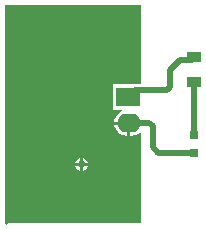
<source format=gbl>
G04*
G04 #@! TF.GenerationSoftware,Altium Limited,Altium Designer,23.11.1 (41)*
G04*
G04 Layer_Physical_Order=2*
G04 Layer_Color=16711680*
%FSLAX44Y44*%
%MOMM*%
G71*
G04*
G04 #@! TF.SameCoordinates,5C29CE77-9974-4D78-97DC-7FC7E6DACF92*
G04*
G04*
G04 #@! TF.FilePolarity,Positive*
G04*
G01*
G75*
%ADD13R,0.7000X0.7000*%
%ADD14R,1.2000X0.9000*%
%ADD19C,0.5000*%
%ADD20O,2.0000X1.6000*%
%ADD21R,2.0000X1.6000*%
%ADD22C,0.6000*%
G36*
X125000Y128333D02*
X119865D01*
X119323Y128225D01*
X101365D01*
Y106225D01*
X109239D01*
X109491Y104955D01*
X107684Y104207D01*
X105483Y102517D01*
X103793Y100315D01*
X102731Y97752D01*
X102536Y96270D01*
X115000D01*
Y95000D01*
X116270D01*
Y84369D01*
X117000D01*
X119752Y84731D01*
X122316Y85793D01*
X123730Y86879D01*
X125000Y86252D01*
Y10000D01*
X12500D01*
X11591Y9091D01*
X10000Y10000D01*
Y195000D01*
X125000D01*
Y128333D01*
D02*
G37*
%LPC*%
G36*
X113730Y93730D02*
X102536D01*
X102731Y92248D01*
X103793Y89684D01*
X105483Y87483D01*
X107684Y85793D01*
X110248Y84731D01*
X113000Y84369D01*
X113730D01*
Y93730D01*
D02*
G37*
G36*
X76270Y65470D02*
Y61270D01*
X80470D01*
X79697Y63138D01*
X78138Y64697D01*
X76270Y65470D01*
D02*
G37*
G36*
X73730D02*
X71862Y64697D01*
X70303Y63138D01*
X69530Y61270D01*
X73730D01*
Y65470D01*
D02*
G37*
G36*
X80470Y58730D02*
X76270D01*
Y54530D01*
X78138Y55303D01*
X79697Y56862D01*
X80470Y58730D01*
D02*
G37*
G36*
X73730D02*
X69530D01*
X70303Y56862D01*
X71862Y55303D01*
X73730Y54530D01*
Y58730D01*
D02*
G37*
%LPD*%
D13*
X170000Y70000D02*
D03*
Y85000D02*
D03*
D14*
Y129500D02*
D03*
Y150500D02*
D03*
D19*
Y85000D02*
Y129500D01*
X115000Y95000D02*
X132071D01*
X135000Y75000D02*
X140000Y70000D01*
X170000D01*
X132071Y95000D02*
X135000Y92071D01*
Y75000D02*
Y92071D01*
X158500Y148500D02*
X168000D01*
X170000Y150500D01*
X150000Y140000D02*
X158500Y148500D01*
X147071Y122725D02*
X150000Y125654D01*
X119865Y122725D02*
X147071D01*
X150000Y125654D02*
Y140000D01*
X114365Y117225D02*
X119865Y122725D01*
D20*
X115000Y95000D02*
D03*
D03*
D21*
X114365Y117225D02*
D03*
D03*
D22*
X75000Y60000D02*
D03*
M02*

</source>
